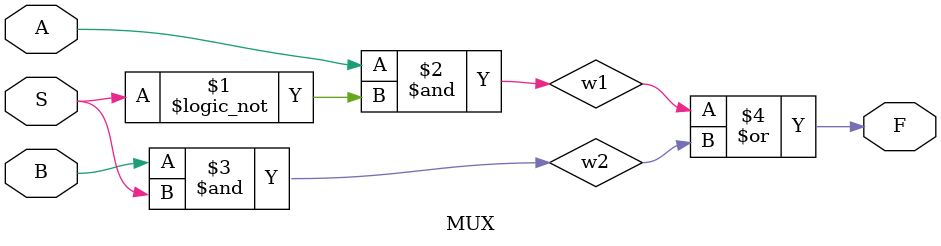
<source format=v>
module MUX(A, B, S, F);
  input A, B, S;
  output F;
  wire w1, w2;
  
  and (w1, A, !S);
  and (w2, B, S);
  or (F, w1, w2);
  
endmodule

</source>
